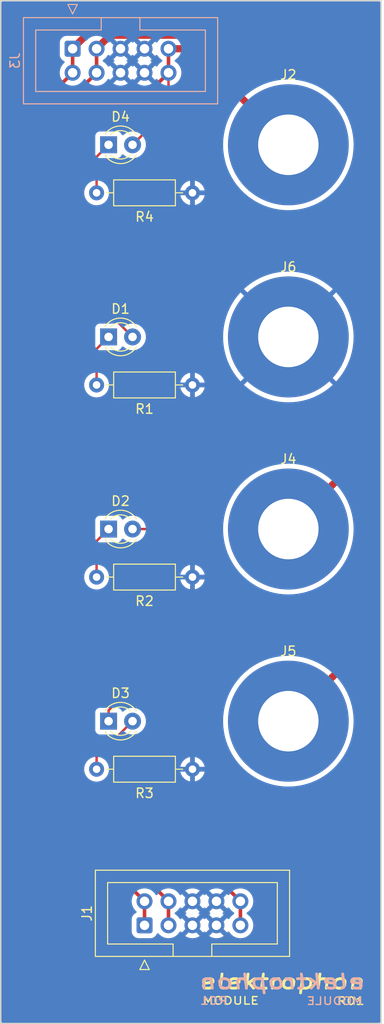
<source format=kicad_pcb>
(kicad_pcb (version 20221018) (generator pcbnew)
  (title_block (title "kraft") (date "2021-05-15") (rev "R01") (comment 1 "mount PCB") (comment 2 "Wall Wart Power Supply (+15V/-15V/5V)") (comment 4 "License CC BY 4.0 - Attribution 4.0 International"))
  (layers (0 "F.Cu" signal) (31 "B.Cu" signal) (34 "B.Paste" user) (35 "F.Paste" user) (36 "B.SilkS" user "B.Silkscreen") (37 "F.SilkS" user "F.Silkscreen") (38 "B.Mask" user) (39 "F.Mask" user) (44 "Edge.Cuts" user))
  (net 0 "")
  (net 1 "+5V")
  (net 2 "Net-(D1-Pad1)")
  (net 3 "+15V")
  (net 4 "Net-(D2-Pad1)")
  (net 5 "Net-(D3-Pad2)")
  (net 6 "-15V")
  (net 7 "Net-(D4-Pad1)")
  (net 8 "GND")
  (footprint "LED_THT:LED_D3.0mm" (layer "F.Cu") (at 62.23 86.36)
    (fp_text reference "D1" (at 1.27 -2.96) (layer "F.SilkS"))
    (fp_text value "LED")
    (fp_line (start -0.29 -1.236) (end -0.29 -1.08) (stroke (width 0.12)) (layer "F.SilkS"))
    (fp_line (start -0.29 1.08) (end -0.29 1.236) (stroke (width 0.12)) (layer "F.SilkS"))
    (fp_arc (start -0.29 -1.235516) (mid 1.366487 -1.987659) (end 2.942335 -1.078608) (stroke (width 0.12)) (layer "F.SilkS"))
    (fp_arc (start 0.229039 -1.08) (mid 1.270117 -1.5) (end 2.31113 -1.079837) (stroke (width 0.12)) (layer "F.SilkS"))
    (fp_arc (start 2.31113 1.079837) (mid 1.270117 1.5) (end 0.229039 1.08) (stroke (width 0.12)) (layer "F.SilkS"))
    (fp_arc (start 2.942335 1.078608) (mid 1.366487 1.987659) (end -0.29 1.235516) (stroke (width 0.12)) (layer "F.SilkS"))
    (pad "1" thru_hole rect (at 0 0) (size 1.8 1.8) (drill 0.9) (layers "*.Cu" "*.Mask") (net 2 "Net-(D1-Pad1)"))
    (pad "2" thru_hole circle (at 2.54 0) (size 1.8 1.8) (drill 0.9) (layers "*.Cu" "*.Mask") (net 1 "+5V"))
  )
  (footprint "LED_THT:LED_D3.0mm" (layer "F.Cu") (at 62.23 106.68)
    (fp_text reference "D2" (at 1.27 -2.96) (layer "F.SilkS"))
    (fp_text value "LED")
    (fp_line (start -0.29 -1.236) (end -0.29 -1.08) (stroke (width 0.12)) (layer "F.SilkS"))
    (fp_line (start -0.29 1.08) (end -0.29 1.236) (stroke (width 0.12)) (layer "F.SilkS"))
    (fp_arc (start -0.29 -1.235516) (mid 1.366487 -1.987659) (end 2.942335 -1.078608) (stroke (width 0.12)) (layer "F.SilkS"))
    (fp_arc (start 0.229039 -1.08) (mid 1.270117 -1.5) (end 2.31113 -1.079837) (stroke (width 0.12)) (layer "F.SilkS"))
    (fp_arc (start 2.31113 1.079837) (mid 1.270117 1.5) (end 0.229039 1.08) (stroke (width 0.12)) (layer "F.SilkS"))
    (fp_arc (start 2.942335 1.078608) (mid 1.366487 1.987659) (end -0.29 1.235516) (stroke (width 0.12)) (layer "F.SilkS"))
    (pad "1" thru_hole rect (at 0 0) (size 1.8 1.8) (drill 0.9) (layers "*.Cu" "*.Mask") (net 4 "Net-(D2-Pad1)"))
    (pad "2" thru_hole circle (at 2.54 0) (size 1.8 1.8) (drill 0.9) (layers "*.Cu" "*.Mask") (net 3 "+15V"))
  )
  (footprint "LED_THT:LED_D3.0mm" (layer "F.Cu") (at 62.23 127)
    (fp_text reference "D3" (at 1.27 -2.96) (layer "F.SilkS"))
    (fp_text value "LED")
    (fp_line (start -0.29 -1.236) (end -0.29 -1.08) (stroke (width 0.12)) (layer "F.SilkS"))
    (fp_line (start -0.29 1.08) (end -0.29 1.236) (stroke (width 0.12)) (layer "F.SilkS"))
    (fp_arc (start -0.29 -1.235516) (mid 1.366487 -1.987659) (end 2.942335 -1.078608) (stroke (width 0.12)) (layer "F.SilkS"))
    (fp_arc (start 0.229039 -1.08) (mid 1.270117 -1.5) (end 2.31113 -1.079837) (stroke (width 0.12)) (layer "F.SilkS"))
    (fp_arc (start 2.31113 1.079837) (mid 1.270117 1.5) (end 0.229039 1.08) (stroke (width 0.12)) (layer "F.SilkS"))
    (fp_arc (start 2.942335 1.078608) (mid 1.366487 1.987659) (end -0.29 1.235516) (stroke (width 0.12)) (layer "F.SilkS"))
    (pad "1" thru_hole rect (at 0 0) (size 1.8 1.8) (drill 0.9) (layers "*.Cu" "*.Mask") (net 6 "-15V"))
    (pad "2" thru_hole circle (at 2.54 0) (size 1.8 1.8) (drill 0.9) (layers "*.Cu" "*.Mask") (net 5 "Net-(D3-Pad2)"))
  )
  (footprint "LED_THT:LED_D3.0mm" (layer "F.Cu") (at 62.23 66.04)
    (fp_text reference "D4" (at 1.27 -2.96) (layer "F.SilkS"))
    (fp_text value "LED")
    (fp_line (start -0.29 -1.236) (end -0.29 -1.08) (stroke (width 0.12)) (layer "F.SilkS"))
    (fp_line (start -0.29 1.08) (end -0.29 1.236) (stroke (width 0.12)) (layer "F.SilkS"))
    (fp_arc (start -0.29 -1.235516) (mid 1.366487 -1.987659) (end 2.942335 -1.078608) (stroke (width 0.12)) (layer "F.SilkS"))
    (fp_arc (start 0.229039 -1.08) (mid 1.270117 -1.5) (end 2.31113 -1.079837) (stroke (width 0.12)) (layer "F.SilkS"))
    (fp_arc (start 2.31113 1.079837) (mid 1.270117 1.5) (end 0.229039 1.08) (stroke (width 0.12)) (layer "F.SilkS"))
    (fp_arc (start 2.942335 1.078608) (mid 1.366487 1.987659) (end -0.29 1.235516) (stroke (width 0.12)) (layer "F.SilkS"))
    (pad "1" thru_hole rect (at 0 0) (size 1.8 1.8) (drill 0.9) (layers "*.Cu" "*.Mask") (net 7 "Net-(D4-Pad1)"))
    (pad "2" thru_hole circle (at 2.54 0) (size 1.8 1.8) (drill 0.9) (layers "*.Cu" "*.Mask") (net 1 "+5V"))
  )
  (footprint "Connector_IDC:IDC-Header_2x05_P2.54mm_Vertical" (layer "F.Cu") (at 66.04 148.59 90)
    (fp_text reference "J1" (at 1.27 -6.1 90) (layer "F.SilkS"))
    (fp_text value "IDC Header")
    (fp_line (start -4.68 -0.5) (end -4.68 0.5) (stroke (width 0.12)) (layer "F.SilkS"))
    (fp_line (start -4.68 0.5) (end -3.68 0) (stroke (width 0.12)) (layer "F.SilkS"))
    (fp_line (start -3.68 0) (end -4.68 -0.5) (stroke (width 0.12)) (layer "F.SilkS"))
    (fp_line (start -3.29 -5.21) (end 5.83 -5.21) (stroke (width 0.12)) (layer "F.SilkS"))
    (fp_line (start -3.29 3.03) (end -1.98 3.03) (stroke (width 0.12)) (layer "F.SilkS"))
    (fp_line (start -3.29 15.37) (end -3.29 -5.21) (stroke (width 0.12)) (layer "F.SilkS"))
    (fp_line (start -1.98 -3.91) (end 4.52 -3.91) (stroke (width 0.12)) (layer "F.SilkS"))
    (fp_line (start -1.98 3.03) (end -1.98 -3.91) (stroke (width 0.12)) (layer "F.SilkS"))
    (fp_line (start -1.98 7.13) (end -3.29 7.13) (stroke (width 0.12)) (layer "F.SilkS"))
    (fp_line (start -1.98 7.13) (end -1.98 7.13) (stroke (width 0.12)) (layer "F.SilkS"))
    (fp_line (start -1.98 14.07) (end -1.98 7.13) (stroke (width 0.12)) (layer "F.SilkS"))
    (fp_line (start 4.52 -3.91) (end 4.52 14.07) (stroke (width 0.12)) (layer "F.SilkS"))
    (fp_line (start 4.52 14.07) (end -1.98 14.07) (stroke (width 0.12)) (layer "F.SilkS"))
    (fp_line (start 5.83 -5.21) (end 5.83 15.37) (stroke (width 0.12)) (layer "F.SilkS"))
    (fp_line (start 5.83 15.37) (end -3.29 15.37) (stroke (width 0.12)) (layer "F.SilkS"))
    (pad "1" thru_hole roundrect (at 0 0 90) (size 1.7 1.7) (drill 1) (layers "*.Cu" "*.Mask") (roundrect_rratio 0.147059) (net 6 "-15V"))
    (pad "2" thru_hole circle (at 2.54 0 90) (size 1.7 1.7) (drill 1) (layers "*.Cu" "*.Mask") (net 6 "-15V"))
    (pad "3" thru_hole circle (at 0 2.54 90) (size 1.7 1.7) (drill 1) (layers "*.Cu" "*.Mask") (net 3 "+15V"))
    (pad "4" thru_hole circle (at 2.54 2.54 90) (size 1.7 1.7) (drill 1) (layers "*.Cu" "*.Mask") (net 3 "+15V"))
    (pad "5" thru_hole circle (at 0 5.08 90) (size 1.7 1.7) (drill 1) (layers "*.Cu" "*.Mask") (net 8 "GND"))
    (pad "6" thru_hole circle (at 2.54 5.08 90) (size 1.7 1.7) (drill 1) (layers "*.Cu" "*.Mask") (net 8 "GND"))
    (pad "7" thru_hole circle (at 0 7.62 90) (size 1.7 1.7) (drill 1) (layers "*.Cu" "*.Mask") (net 8 "GND"))
    (pad "8" thru_hole circle (at 2.54 7.62 90) (size 1.7 1.7) (drill 1) (layers "*.Cu" "*.Mask") (net 8 "GND"))
    (pad "9" thru_hole circle (at 0 10.16 90) (size 1.7 1.7) (drill 1) (layers "*.Cu" "*.Mask") (net 1 "+5V"))
    (pad "10" thru_hole circle (at 2.54 10.16 90) (size 1.7 1.7) (drill 1) (layers "*.Cu" "*.Mask") (net 1 "+5V"))
  )
  (footprint "MountingHole:MountingHole_6.4mm_M6_Pad_TopBottom" (layer "F.Cu") (at 81.28 66.04)
    (fp_text reference "J2" (at 0 -7.4) (layer "F.SilkS"))
    (fp_text value "CT2224")
    (pad "1" thru_hole circle (at 0 0) (size 6.8 6.8) (drill 6.4) (layers "*.Cu" "*.Mask") (net 1 "+5V"))
    (pad "1" connect circle (at 0 0) (size 12.8 12.8) (layers "F.Cu" "F.Mask") (net 1 "+5V"))
    (pad "1" connect circle (at 0 0) (size 12.8 12.8) (layers "B.Cu" "B.Mask") (net 1 "+5V"))
  )
  (footprint "Resistor_THT:R_Axial_DIN0207_L6.3mm_D2.5mm_P10.16mm_Horizontal" (layer "F.Cu") (at 60.96 91.44)
    (fp_text reference "R1" (at 5.08 2.54) (layer "F.SilkS"))
    (fp_text value "1k2")
    (fp_line (start 1.04 0) (end 1.81 0) (stroke (width 0.12)) (layer "F.SilkS"))
    (fp_line (start 1.81 -1.37) (end 1.81 1.37) (stroke (width 0.12)) (layer "F.SilkS"))
    (fp_line (start 1.81 1.37) (end 8.35 1.37) (stroke (width 0.12)) (layer "F.SilkS"))
    (fp_line (start 8.35 -1.37) (end 1.81 -1.37) (stroke (width 0.12)) (layer "F.SilkS"))
    (fp_line (start 8.35 1.37) (end 8.35 -1.37) (stroke (width 0.12)) (layer "F.SilkS"))
    (fp_line (start 9.12 0) (end 8.35 0) (stroke (width 0.12)) (layer "F.SilkS"))
    (pad "1" thru_hole circle (at 0 0) (size 1.6 1.6) (drill 0.8) (layers "*.Cu" "*.Mask") (net 2 "Net-(D1-Pad1)"))
    (pad "2" thru_hole oval (at 10.16 0) (size 1.6 1.6) (drill 0.8) (layers "*.Cu" "*.Mask") (net 8 "GND"))
  )
  (footprint "Resistor_THT:R_Axial_DIN0207_L6.3mm_D2.5mm_P10.16mm_Horizontal" (layer "F.Cu") (at 60.96 111.76)
    (fp_text reference "R2" (at 5.08 2.54) (layer "F.SilkS"))
    (fp_text value "6k8")
    (fp_line (start 1.04 0) (end 1.81 0) (stroke (width 0.12)) (layer "F.SilkS"))
    (fp_line (start 1.81 -1.37) (end 1.81 1.37) (stroke (width 0.12)) (layer "F.SilkS"))
    (fp_line (start 1.81 1.37) (end 8.35 1.37) (stroke (width 0.12)) (layer "F.SilkS"))
    (fp_line (start 8.35 -1.37) (end 1.81 -1.37) (stroke (width 0.12)) (layer "F.SilkS"))
    (fp_line (start 8.35 1.37) (end 8.35 -1.37) (stroke (width 0.12)) (layer "F.SilkS"))
    (fp_line (start 9.12 0) (end 8.35 0) (stroke (width 0.12)) (layer "F.SilkS"))
    (pad "1" thru_hole circle (at 0 0) (size 1.6 1.6) (drill 0.8) (layers "*.Cu" "*.Mask") (net 4 "Net-(D2-Pad1)"))
    (pad "2" thru_hole oval (at 10.16 0) (size 1.6 1.6) (drill 0.8) (layers "*.Cu" "*.Mask") (net 8 "GND"))
  )
  (footprint "Resistor_THT:R_Axial_DIN0207_L6.3mm_D2.5mm_P10.16mm_Horizontal" (layer "F.Cu") (at 60.96 132.08)
    (fp_text reference "R3" (at 5.08 2.54) (layer "F.SilkS"))
    (fp_text value "6k8")
    (fp_line (start 1.04 0) (end 1.81 0) (stroke (width 0.12)) (layer "F.SilkS"))
    (fp_line (start 1.81 -1.37) (end 1.81 1.37) (stroke (width 0.12)) (layer "F.SilkS"))
    (fp_line (start 1.81 1.37) (end 8.35 1.37) (stroke (width 0.12)) (layer "F.SilkS"))
    (fp_line (start 8.35 -1.37) (end 1.81 -1.37) (stroke (width 0.12)) (layer "F.SilkS"))
    (fp_line (start 8.35 1.37) (end 8.35 -1.37) (stroke (width 0.12)) (layer "F.SilkS"))
    (fp_line (start 9.12 0) (end 8.35 0) (stroke (width 0.12)) (layer "F.SilkS"))
    (pad "1" thru_hole circle (at 0 0) (size 1.6 1.6) (drill 0.8) (layers "*.Cu" "*.Mask") (net 5 "Net-(D3-Pad2)"))
    (pad "2" thru_hole oval (at 10.16 0) (size 1.6 1.6) (drill 0.8) (layers "*.Cu" "*.Mask") (net 8 "GND"))
  )
  (footprint "Resistor_THT:R_Axial_DIN0207_L6.3mm_D2.5mm_P10.16mm_Horizontal" (layer "F.Cu") (at 60.96 71.12)
    (fp_text reference "R4" (at 5.08 2.54) (layer "F.SilkS"))
    (fp_text value "2k2")
    (fp_line (start 1.04 0) (end 1.81 0) (stroke (width 0.12)) (layer "F.SilkS"))
    (fp_line (start 1.81 -1.37) (end 1.81 1.37) (stroke (width 0.12)) (layer "F.SilkS"))
    (fp_line (start 1.81 1.37) (end 8.35 1.37) (stroke (width 0.12)) (layer "F.SilkS"))
    (fp_line (start 8.35 -1.37) (end 1.81 -1.37) (stroke (width 0.12)) (layer "F.SilkS"))
    (fp_line (start 8.35 1.37) (end 8.35 -1.37) (stroke (width 0.12)) (layer "F.SilkS"))
    (fp_line (start 9.12 0) (end 8.35 0) (stroke (width 0.12)) (layer "F.SilkS"))
    (pad "1" thru_hole circle (at 0 0) (size 1.6 1.6) (drill 0.8) (layers "*.Cu" "*.Mask") (net 7 "Net-(D4-Pad1)"))
    (pad "2" thru_hole oval (at 10.16 0) (size 1.6 1.6) (drill 0.8) (layers "*.Cu" "*.Mask") (net 8 "GND"))
  )
  (footprint "MountingHole:MountingHole_6.4mm_M6_Pad_TopBottom" (layer "F.Cu") (at 81.28 106.68)
    (fp_text reference "J4" (at 0 -7.4) (layer "F.SilkS"))
    (fp_text value "CT2224")
    (pad "1" thru_hole circle (at 0 0) (size 6.8 6.8) (drill 6.4) (layers "*.Cu" "*.Mask") (net 3 "+15V"))
    (pad "1" connect circle (at 0 0) (size 12.8 12.8) (layers "F.Cu" "F.Mask") (net 3 "+15V"))
    (pad "1" connect circle (at 0 0) (size 12.8 12.8) (layers "B.Cu" "B.Mask") (net 3 "+15V"))
  )
  (footprint "MountingHole:MountingHole_6.4mm_M6_Pad_TopBottom" (layer "F.Cu") (at 81.28 127)
    (fp_text reference "J5" (at 0 -7.4) (layer "F.SilkS"))
    (fp_text value "CT2224")
    (pad "1" thru_hole circle (at 0 0) (size 6.8 6.8) (drill 6.4) (layers "*.Cu" "*.Mask") (net 6 "-15V"))
    (pad "1" connect circle (at 0 0) (size 12.8 12.8) (layers "F.Cu" "F.Mask") (net 6 "-15V"))
    (pad "1" connect circle (at 0 0) (size 12.8 12.8) (layers "B.Cu" "B.Mask") (net 6 "-15V"))
  )
  (footprint "MountingHole:MountingHole_6.4mm_M6_Pad_TopBottom" (layer "F.Cu") (at 81.28 86.36)
    (fp_text reference "J6" (at 0 -7.4) (layer "F.SilkS"))
    (fp_text value "CT2224")
    (pad "1" thru_hole circle (at 0 0) (size 6.8 6.8) (drill 6.4) (layers "*.Cu" "*.Mask") (net 8 "GND"))
    (pad "1" connect circle (at 0 0) (size 12.8 12.8) (layers "F.Cu" "F.Mask") (net 8 "GND"))
    (pad "1" connect circle (at 0 0) (size 12.8 12.8) (layers "B.Cu" "B.Mask") (net 8 "GND"))
  )
  (footprint "elektrophon:elektrophon logo" (layer "F.Cu") (at 80.645 155.575)
    (fp_text reference "REF**" hide)
    (fp_text value "elektrophon logo" hide)
    (fp_text user "R01" (at -8.83 1) (layer "B.SilkS") (effects (font (size 0.8 1)) (justify right mirror)))
    (fp_text user "elektrophon" (at 0 -1.016) (layer "B.SilkS") (effects (font (size 1.5 2) (thickness 0.3) italic) (justify mirror)))
    (fp_text user "MODULE" (at 8.62 1.02) (layer "B.SilkS") (effects (font (size 0.8 1)) (justify left mirror)))
    (fp_text user "MODULE" (at -8.54 0.99) (layer "F.SilkS") (effects (font (size 0.8 1)) (justify left)))
    (fp_text user "R01" (at 8.8 1.02) (layer "F.SilkS") (effects (font (size 0.8 1)) (justify right)))
    (fp_text user "elektrophon" (at 0 -1.016) (layer "F.SilkS") (effects (font (size 1.5 2) (thickness 0.3) italic)))
  )
  (footprint "Connector_IDC:IDC-Header_2x05_P2.54mm_Vertical" (layer "B.Cu") (at 58.42 55.88 -90)
    (fp_text reference "J3" (at 1.27 6.1 -90) (layer "B.SilkS") (effects (justify mirror)))
    (fp_text value "IDC Header")
    (fp_line (start -4.68 -0.5) (end -3.68 0) (stroke (width 0.12)) (layer "B.SilkS"))
    (fp_line (start -4.68 0.5) (end -4.68 -0.5) (stroke (width 0.12)) (layer "B.SilkS"))
    (fp_line (start -3.68 0) (end -4.68 0.5) (stroke (width 0.12)) (layer "B.SilkS"))
    (fp_line (start -3.29 -15.37) (end -3.29 5.21) (stroke (width 0.12)) (layer "B.SilkS"))
    (fp_line (start -3.29 -3.03) (end -1.98 -3.03) (stroke (width 0.12)) (layer "B.SilkS"))
    (fp_line (start -3.29 5.21) (end 5.83 5.21) (stroke (width 0.12)) (layer "B.SilkS"))
    (fp_line (start -1.98 -14.07) (end -1.98 -7.13) (stroke (width 0.12)) (layer "B.SilkS"))
    (fp_line (start -1.98 -7.13) (end -3.29 -7.13) (stroke (width 0.12)) (layer "B.SilkS"))
    (fp_line (start -1.98 -7.13) (end -1.98 -7.13) (stroke (width 0.12)) (layer "B.SilkS"))
    (fp_line (start -1.98 -3.03) (end -1.98 3.91) (stroke (width 0.12)) (layer "B.SilkS"))
    (fp_line (start -1.98 3.91) (end 4.52 3.91) (stroke (width 0.12)) (layer "B.SilkS"))
    (fp_line (start 4.52 -14.07) (end -1.98 -14.07) (stroke (width 0.12)) (layer "B.SilkS"))
    (fp_line (start 4.52 3.91) (end 4.52 -14.07) (stroke (width 0.12)) (layer "B.SilkS"))
    (fp_line (start 5.83 -15.37) (end -3.29 -15.37) (stroke (width 0.12)) (layer "B.SilkS"))
    (fp_line (start 5.83 5.21) (end 5.83 -15.37) (stroke (width 0.12)) (layer "B.SilkS"))
    (pad "1" thru_hole roundrect (at 0 0 270) (size 1.7 1.7) (drill 1) (layers "*.Cu" "*.Mask") (roundrect_rratio 0.147059) (net 6 "-15V"))
    (pad "2" thru_hole circle (at 2.54 0 270) (size 1.7 1.7) (drill 1) (layers "*.Cu" "*.Mask") (net 6 "-15V"))
    (pad "3" thru_hole circle (at 0 -2.54 270) (size 1.7 1.7) (drill 1) (layers "*.Cu" "*.Mask") (net 3 "+15V"))
    (pad "4" thru_hole circle (at 2.54 -2.54 270) (size 1.7 1.7) (drill 1) (layers "*.Cu" "*.Mask") (net 3 "+15V"))
    (pad "5" thru_hole circle (at 0 -5.08 270) (size 1.7 1.7) (drill 1) (layers "*.Cu" "*.Mask") (net 8 "GND"))
    (pad "6" thru_hole circle (at 2.54 -5.08 270) (size 1.7 1.7) (drill 1) (layers "*.Cu" "*.Mask") (net 8 "GND"))
    (pad "7" thru_hole circle (at 0 -7.62 270) (size 1.7 1.7) (drill 1) (layers "*.Cu" "*.Mask") (net 8 "GND"))
    (pad "8" thru_hole circle (at 2.54 -7.62 270) (size 1.7 1.7) (drill 1) (layers "*.Cu" "*.Mask") (net 8 "GND"))
    (pad "9" thru_hole circle (at 0 -10.16 270) (size 1.7 1.7) (drill 1) (layers "*.Cu" "*.Mask") (net 1 "+5V"))
    (pad "10" thru_hole circle (at 2.54 -10.16 270) (size 1.7 1.7) (drill 1) (layers "*.Cu" "*.Mask") (net 1 "+5V"))
  )
  (gr_line (start 50.8 50.8) (end 50.8 158.98) (stroke (width 0.15)) (layer "Edge.Cuts"))
  (gr_line (start 50.8 50.8) (end 91.1 50.8) (stroke (width 0.15)) (layer "Edge.Cuts"))
  (gr_line (start 91.1 158.98) (end 50.8 158.98) (stroke (width 0.15)) (layer "Edge.Cuts"))
  (gr_line (start 91.1 50.8) (end 91.1 158.98) (stroke (width 0.15)) (layer "Edge.Cuts"))
  (segment (start 74.041 143.891) (end 76.2 146.05) (width 0.381) (layer "F.Cu") (net 1))
  (segment (start 58.42 64.008) (end 60.96 61.468) (width 0.381) (layer "F.Cu") (net 1))
  (segment (start 58.42 71.12) (end 58.42 77.47) (width 0.25) (layer "F.Cu") (net 1))
  (segment (start 58.42 133.096) (end 69.215 143.891) (width 0.381) (layer "F.Cu") (net 1))
  (segment (start 58.42 75.438) (end 58.42 133.096) (width 0.381) (layer "F.Cu") (net 1))
  (segment (start 68.58 55.88) (end 68.58 58.42) (width 0.381) (layer "F.Cu") (net 1))
  (segment (start 81.28 66.04) (end 71.12 55.88) (width 0.762) (layer "F.Cu") (net 1))
  (segment (start 65.532 61.468) (end 68.58 58.42) (width 0.381) (layer "F.Cu") (net 1))
  (segment (start 68.58 62.23) (end 64.77 66.04) (width 0.25) (layer "F.Cu") (net 1))
  (segment (start 58.42 64.008) (end 58.42 71.12) (width 0.381) (layer "F.Cu") (net 1))
  (segment (start 58.42 71.12) (end 58.42 75.438) (width 0.381) (layer "F.Cu") (net 1))
  (segment (start 71.12 55.88) (end 68.58 55.88) (width 0.762) (layer "F.Cu") (net 1))
  (segment (start 58.42 80.01) (end 64.77 86.36) (width 0.25) (layer "F.Cu") (net 1))
  (segment (start 76.2 146.05) (end 76.2 148.59) (width 0.381) (layer "F.Cu") (net 1))
  (segment (start 69.215 143.891) (end 74.041 143.891) (width 0.381) (layer "F.Cu") (net 1))
  (segment (start 58.42 75.438) (end 58.42 80.01) (width 0.25) (layer "F.Cu") (net 1))
  (segment (start 68.58 58.42) (end 68.58 62.23) (width 0.25) (layer "F.Cu") (net 1))
  (segment (start 60.96 61.468) (end 65.532 61.468) (width 0.381) (layer "F.Cu") (net 1))
  (segment (start 60.96 87.63) (end 62.23 86.36) (width 0.25) (layer "F.Cu") (net 2))
  (segment (start 60.96 91.44) (end 60.96 87.63) (width 0.25) (layer "F.Cu") (net 2))
  (segment (start 88.9 85.979) (end 88.9 84.836) (width 0.762) (layer "F.Cu") (net 3))
  (segment (start 88.9 99.06) (end 88.9 84.836) (width 0.762) (layer "F.Cu") (net 3))
  (segment (start 55.88 63.5) (end 55.88 133.35) (width 0.381) (layer "F.Cu") (net 3))
  (segment (start 88.9 84.836) (end 88.9 61.595) (width 0.762) (layer "F.Cu") (net 3))
  (segment (start 81.753999 54.448999) (end 62.391001 54.448999) (width 0.762) (layer "F.Cu") (net 3))
  (segment (start 64.77 106.68) (end 67.564 106.68) (width 0.25) (layer "F.Cu") (net 3))
  (segment (start 62.391001 54.448999) (end 60.96 55.88) (width 0.762) (layer "F.Cu") (net 3))
  (segment (start 88.9 61.595) (end 81.753999 54.448999) (width 0.762) (layer "F.Cu") (net 3))
  (segment (start 68.58 146.05) (end 68.58 148.59) (width 0.381) (layer "F.Cu") (net 3))
  (segment (start 77.724 96.52) (end 83.82 96.52) (width 0.25) (layer "F.Cu") (net 3))
  (segment (start 60.96 58.42) (end 55.88 63.5) (width 0.381) (layer "F.Cu") (net 3))
  (segment (start 55.88 133.35) (end 68.58 146.05) (width 0.381) (layer "F.Cu") (net 3))
  (segment (start 67.564 106.68) (end 77.724 96.52) (width 0.25) (layer "F.Cu") (net 3))
  (segment (start 88.9 85.979) (end 88.9 91.44) (width 0.25) (layer "F.Cu") (net 3))
  (segment (start 83.82 96.52) (end 88.9 91.44) (width 0.25) (layer "F.Cu") (net 3))
  (segment (start 60.96 55.88) (end 60.96 58.42) (width 0.381) (layer "F.Cu") (net 3))
  (segment (start 81.28 106.68) (end 88.9 99.06) (width 0.762) (layer "F.Cu") (net 3))
  (segment (start 60.96 111.76) (end 60.96 107.95) (width 0.25) (layer "F.Cu") (net 4))
  (segment (start 60.96 107.95) (end 62.23 106.68) (width 0.25) (layer "F.Cu") (net 4))
  (segment (start 60.96 130.81) (end 64.77 127) (width 0.25) (layer "F.Cu") (net 5))
  (segment (start 60.96 132.08) (end 60.96 130.81) (width 0.25) (layer "F.Cu") (net 5))
  (segment (start 53.34 133.35) (end 66.04 146.05) (width 0.381) (layer "F.Cu") (net 6))
  (segment (start 58.42 55.88) (end 58.42 58.42) (width 0.381) (layer "F.Cu") (net 6))
  (segment (start 72.51 115.57) (end 85.736024 115.57) (width 0.25) (layer "F.Cu") (net 6))
  (segment (start 89.916 111.390024) (end 89.916 103.124) (width 0.25) (layer "F.Cu") (net 6))
  (segment (start 84.347988 53.486988) (end 60.813012 53.486988) (width 0.762) (layer "F.Cu") (net 6))
  (segment (start 85.736024 115.57) (end 89.916 111.390024) (width 0.25) (layer "F.Cu") (net 6))
  (segment (start 89.916 108.204) (end 89.916 118.364) (width 0.762) (layer "F.Cu") (net 6))
  (segment (start 62.23 125.85) (end 72.51 115.57) (width 0.25) (layer "F.Cu") (net 6))
  (segment (start 58.42 58.42) (end 53.34 63.5) (width 0.381) (layer "F.Cu") (net 6))
  (segment (start 89.916 111.390024) (end 89.916 108.204) (width 0.762) (layer "F.Cu") (net 6))
  (segment (start 89.916 108.204) (end 89.916 103.124) (width 0.762) (layer "F.Cu") (net 6))
  (segment (start 81.28 127) (end 89.916 118.364) (width 0.762) (layer "F.Cu") (net 6))
  (segment (start 53.34 63.5) (end 53.34 133.35) (width 0.381) (layer "F.Cu") (net 6))
  (segment (start 89.916 103.124) (end 89.916 59.055) (width 0.762) (layer "F.Cu") (net 6))
  (segment (start 66.04 146.05) (end 66.04 148.59) (width 0.381) (layer "F.Cu") (net 6))
  (segment (start 60.813012 53.486988) (end 58.42 55.88) (width 0.762) (layer "F.Cu") (net 6))
  (segment (start 89.916 59.055) (end 84.347988 53.486988) (width 0.762) (layer "F.Cu") (net 6))
  (segment (start 62.23 127) (end 62.23 125.85) (width 0.25) (layer "F.Cu") (net 6))
  (segment (start 60.96 67.31) (end 62.23 66.04) (width 0.25) (layer "F.Cu") (net 7))
  (segment (start 60.96 71.12) (end 60.96 67.31) (width 0.25) (layer "F.Cu") (net 7))
  (zone (net 8) (net_name "GND") (layer "B.Cu") (connect_pads (clearance 0.508)) (min_thickness 0.254) (fill yes (thermal_gap 0.508) (thermal_bridge_width 0.508))
    (polygon (pts (xy 91.44 159.004) (xy 50.8 159.004) (xy 50.8 50.8) (xy 91.44 50.8)))
  )
)
</source>
